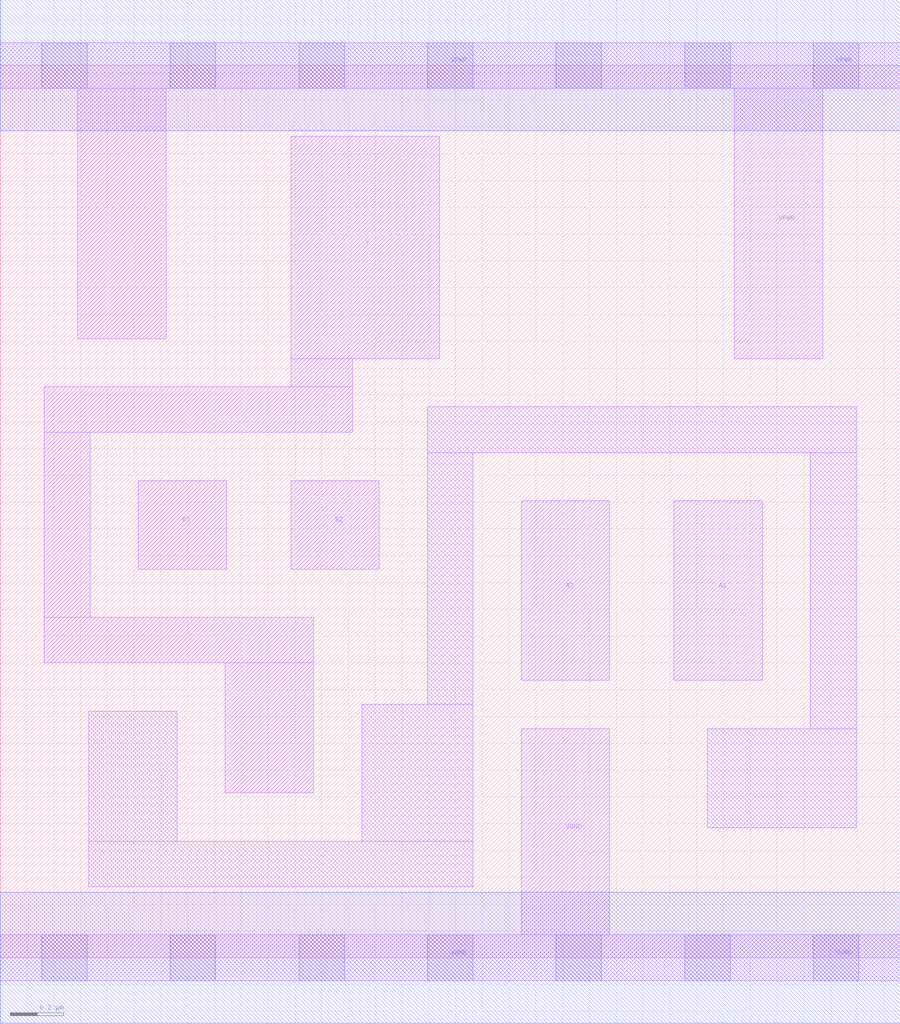
<source format=lef>
# Copyright 2020 The SkyWater PDK Authors
#
# Licensed under the Apache License, Version 2.0 (the "License");
# you may not use this file except in compliance with the License.
# You may obtain a copy of the License at
#
#     https://www.apache.org/licenses/LICENSE-2.0
#
# Unless required by applicable law or agreed to in writing, software
# distributed under the License is distributed on an "AS IS" BASIS,
# WITHOUT WARRANTIES OR CONDITIONS OF ANY KIND, either express or implied.
# See the License for the specific language governing permissions and
# limitations under the License.
#
# SPDX-License-Identifier: Apache-2.0

VERSION 5.7 ;
  NAMESCASESENSITIVE ON ;
  NOWIREEXTENSIONATPIN ON ;
  DIVIDERCHAR "/" ;
  BUSBITCHARS "[]" ;
UNITS
  DATABASE MICRONS 200 ;
END UNITS
MACRO sky130_fd_sc_lp__o22ai_lp
  CLASS CORE ;
  SOURCE USER ;
  FOREIGN sky130_fd_sc_lp__o22ai_lp ;
  ORIGIN  0.000000  0.000000 ;
  SIZE  3.360000 BY  3.330000 ;
  SYMMETRY X Y R90 ;
  SITE unit ;
  PIN A1
    ANTENNAGATEAREA  0.313000 ;
    DIRECTION INPUT ;
    USE SIGNAL ;
    PORT
      LAYER li1 ;
        RECT 2.515000 1.035000 2.845000 1.705000 ;
    END
  END A1
  PIN A2
    ANTENNAGATEAREA  0.313000 ;
    DIRECTION INPUT ;
    USE SIGNAL ;
    PORT
      LAYER li1 ;
        RECT 1.945000 1.035000 2.275000 1.705000 ;
    END
  END A2
  PIN B1
    ANTENNAGATEAREA  0.313000 ;
    DIRECTION INPUT ;
    USE SIGNAL ;
    PORT
      LAYER li1 ;
        RECT 0.515000 1.450000 0.845000 1.780000 ;
    END
  END B1
  PIN B2
    ANTENNAGATEAREA  0.313000 ;
    DIRECTION INPUT ;
    USE SIGNAL ;
    PORT
      LAYER li1 ;
        RECT 1.085000 1.450000 1.415000 1.780000 ;
    END
  END B2
  PIN Y
    ANTENNADIFFAREA  0.437600 ;
    DIRECTION OUTPUT ;
    USE SIGNAL ;
    PORT
      LAYER li1 ;
        RECT 0.165000 1.100000 1.170000 1.270000 ;
        RECT 0.165000 1.270000 0.335000 1.960000 ;
        RECT 0.165000 1.960000 1.315000 2.130000 ;
        RECT 0.840000 0.615000 1.170000 1.100000 ;
        RECT 1.085000 2.130000 1.315000 2.235000 ;
        RECT 1.085000 2.235000 1.640000 3.065000 ;
    END
  END Y
  PIN VGND
    DIRECTION INOUT ;
    USE GROUND ;
    PORT
      LAYER li1 ;
        RECT 0.000000 -0.085000 3.360000 0.085000 ;
        RECT 1.945000  0.085000 2.275000 0.855000 ;
      LAYER mcon ;
        RECT 0.155000 -0.085000 0.325000 0.085000 ;
        RECT 0.635000 -0.085000 0.805000 0.085000 ;
        RECT 1.115000 -0.085000 1.285000 0.085000 ;
        RECT 1.595000 -0.085000 1.765000 0.085000 ;
        RECT 2.075000 -0.085000 2.245000 0.085000 ;
        RECT 2.555000 -0.085000 2.725000 0.085000 ;
        RECT 3.035000 -0.085000 3.205000 0.085000 ;
      LAYER met1 ;
        RECT 0.000000 -0.245000 3.360000 0.245000 ;
    END
  END VGND
  PIN VPWR
    DIRECTION INOUT ;
    USE POWER ;
    PORT
      LAYER li1 ;
        RECT 0.000000 3.245000 3.360000 3.415000 ;
        RECT 0.290000 2.310000 0.620000 3.245000 ;
        RECT 2.740000 2.235000 3.070000 3.245000 ;
      LAYER mcon ;
        RECT 0.155000 3.245000 0.325000 3.415000 ;
        RECT 0.635000 3.245000 0.805000 3.415000 ;
        RECT 1.115000 3.245000 1.285000 3.415000 ;
        RECT 1.595000 3.245000 1.765000 3.415000 ;
        RECT 2.075000 3.245000 2.245000 3.415000 ;
        RECT 2.555000 3.245000 2.725000 3.415000 ;
        RECT 3.035000 3.245000 3.205000 3.415000 ;
      LAYER met1 ;
        RECT 0.000000 3.085000 3.360000 3.575000 ;
    END
  END VPWR
  OBS
    LAYER li1 ;
      RECT 0.330000 0.265000 1.765000 0.435000 ;
      RECT 0.330000 0.435000 0.660000 0.920000 ;
      RECT 1.350000 0.435000 1.765000 0.945000 ;
      RECT 1.595000 0.945000 1.765000 1.885000 ;
      RECT 1.595000 1.885000 3.195000 2.055000 ;
      RECT 2.640000 0.485000 3.195000 0.855000 ;
      RECT 3.025000 0.855000 3.195000 1.885000 ;
  END
END sky130_fd_sc_lp__o22ai_lp

</source>
